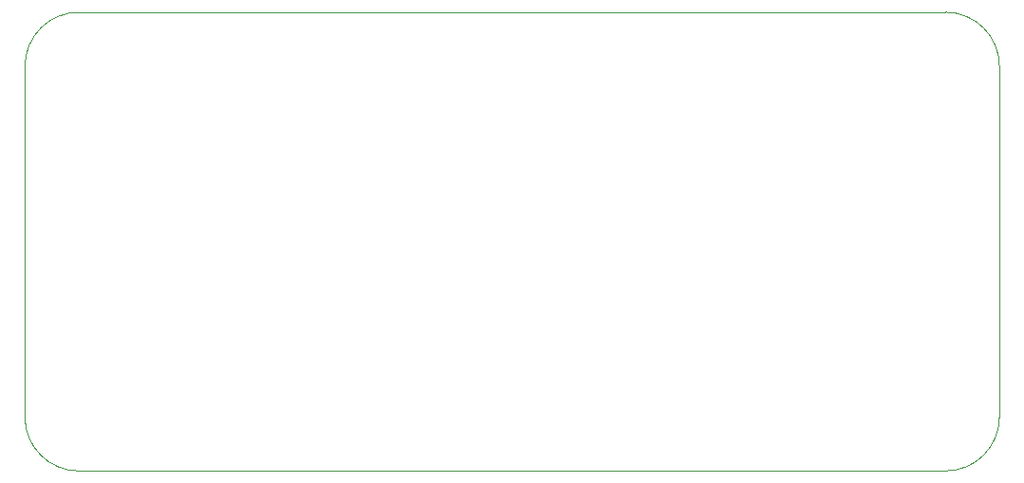
<source format=gbr>
%TF.GenerationSoftware,KiCad,Pcbnew,8.0.4*%
%TF.CreationDate,2024-10-21T15:03:49+02:00*%
%TF.ProjectId,GiugPamp_101,47697567-5061-46d7-905f-3130312e6b69,rev?*%
%TF.SameCoordinates,Original*%
%TF.FileFunction,Profile,NP*%
%FSLAX46Y46*%
G04 Gerber Fmt 4.6, Leading zero omitted, Abs format (unit mm)*
G04 Created by KiCad (PCBNEW 8.0.4) date 2024-10-21 15:03:49*
%MOMM*%
%LPD*%
G01*
G04 APERTURE LIST*
%TA.AperFunction,Profile*%
%ADD10C,0.100000*%
%TD*%
G04 APERTURE END LIST*
D10*
X46994113Y-88005887D02*
X124405887Y-88005887D01*
X42200000Y-51800000D02*
G75*
G02*
X47000000Y-47000000I4800000J0D01*
G01*
X124405887Y-46994113D02*
X47000000Y-47000000D01*
X129205887Y-83205887D02*
G75*
G02*
X124405887Y-88005887I-4799987J-13D01*
G01*
X46994113Y-88005887D02*
G75*
G02*
X42194113Y-83205887I-13J4799987D01*
G01*
X129205887Y-51794113D02*
X129205887Y-83205887D01*
X124405887Y-46994113D02*
G75*
G02*
X129205887Y-51794113I13J-4799987D01*
G01*
X42200000Y-51800000D02*
X42194113Y-83205887D01*
M02*

</source>
